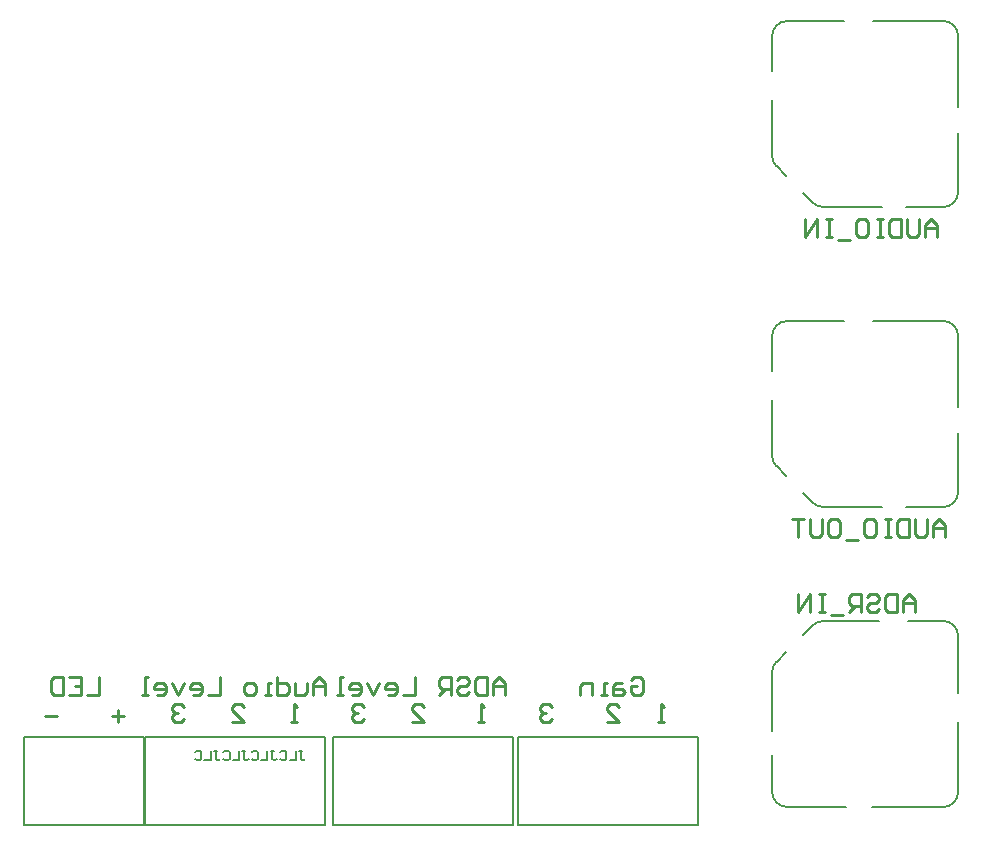
<source format=gbo>
G04*
G04 #@! TF.GenerationSoftware,Altium Limited,Altium Designer,20.0.2 (26)*
G04*
G04 Layer_Color=32896*
%FSLAX43Y43*%
%MOMM*%
G71*
G01*
G75*
%ADD11C,0.254*%
%ADD13C,0.127*%
%ADD14C,0.150*%
D11*
X62611Y10414D02*
X62357Y10668D01*
X61849D01*
X61595Y10414D01*
Y10160D01*
X61849Y9906D01*
X62103D01*
X61849D01*
X61595Y9652D01*
Y9398D01*
X61849Y9144D01*
X62357D01*
X62611Y9398D01*
X72136Y9144D02*
X71628D01*
X71882D01*
Y10668D01*
X72136Y10414D01*
X57531Y9652D02*
X56515D01*
X57023Y10160D02*
Y9144D01*
X98425Y9144D02*
X99441D01*
X98425Y10160D01*
Y10414D01*
X98679Y10667D01*
X99187D01*
X99441Y10414D01*
X77851Y10414D02*
X77597Y10668D01*
X77089D01*
X76835Y10414D01*
Y10160D01*
X77089Y9906D01*
X77343D01*
X77089D01*
X76835Y9652D01*
Y9398D01*
X77089Y9144D01*
X77597D01*
X77851Y9398D01*
X103251Y9144D02*
X102743D01*
X102997D01*
Y10668D01*
X103251Y10414D01*
X66675Y9144D02*
X67691D01*
X66675Y10160D01*
Y10414D01*
X66929Y10667D01*
X67437D01*
X67691Y10414D01*
X88011Y9144D02*
X87503D01*
X87757D01*
Y10668D01*
X88011Y10414D01*
X93726D02*
X93472Y10668D01*
X92964D01*
X92710Y10414D01*
Y10160D01*
X92964Y9906D01*
X93218D01*
X92964D01*
X92710Y9652D01*
Y9398D01*
X92964Y9144D01*
X93472D01*
X93726Y9398D01*
X51816Y9652D02*
X50800D01*
X81915Y9144D02*
X82931D01*
X81915Y10160D01*
Y10414D01*
X82169Y10668D01*
X82677D01*
X82931Y10414D01*
X127000Y24765D02*
Y25781D01*
X126492Y26288D01*
X125984Y25781D01*
Y24765D01*
Y25527D01*
X127000D01*
X125476Y26288D02*
Y25019D01*
X125223Y24765D01*
X124715D01*
X124461Y25019D01*
Y26288D01*
X123953D02*
Y24765D01*
X123191D01*
X122937Y25019D01*
Y26035D01*
X123191Y26288D01*
X123953D01*
X122429D02*
X121922D01*
X122176D01*
Y24765D01*
X122429D01*
X121922D01*
X120398Y26288D02*
X120906D01*
X121160Y26035D01*
Y25019D01*
X120906Y24765D01*
X120398D01*
X120144Y25019D01*
Y26035D01*
X120398Y26288D01*
X119636Y24511D02*
X118621D01*
X117351Y26288D02*
X117859D01*
X118113Y26035D01*
Y25019D01*
X117859Y24765D01*
X117351D01*
X117097Y25019D01*
Y26035D01*
X117351Y26288D01*
X116589D02*
Y25019D01*
X116335Y24765D01*
X115828D01*
X115574Y25019D01*
Y26288D01*
X115066D02*
X114050D01*
X114558D01*
Y24765D01*
X126365Y50165D02*
Y51181D01*
X125857Y51688D01*
X125349Y51181D01*
Y50165D01*
Y50927D01*
X126365D01*
X124841Y51688D02*
Y50419D01*
X124588Y50165D01*
X124080D01*
X123826Y50419D01*
Y51688D01*
X123318D02*
Y50165D01*
X122556D01*
X122302Y50419D01*
Y51435D01*
X122556Y51688D01*
X123318D01*
X121794D02*
X121287D01*
X121541D01*
Y50165D01*
X121794D01*
X121287D01*
X119763Y51688D02*
X120271D01*
X120525Y51435D01*
Y50419D01*
X120271Y50165D01*
X119763D01*
X119509Y50419D01*
Y51435D01*
X119763Y51688D01*
X119001Y49911D02*
X117986D01*
X117478Y51688D02*
X116970D01*
X117224D01*
Y50165D01*
X117478D01*
X116970D01*
X116208D02*
Y51688D01*
X115193Y50165D01*
Y51688D01*
X124460Y18415D02*
Y19431D01*
X123952Y19938D01*
X123444Y19431D01*
Y18415D01*
Y19177D01*
X124460D01*
X122936Y19938D02*
Y18415D01*
X122175D01*
X121921Y18669D01*
Y19685D01*
X122175Y19938D01*
X122936D01*
X120397Y19685D02*
X120651Y19938D01*
X121159D01*
X121413Y19685D01*
Y19431D01*
X121159Y19177D01*
X120651D01*
X120397Y18923D01*
Y18669D01*
X120651Y18415D01*
X121159D01*
X121413Y18669D01*
X119889Y18415D02*
Y19938D01*
X119128D01*
X118874Y19685D01*
Y19177D01*
X119128Y18923D01*
X119889D01*
X119382D02*
X118874Y18415D01*
X118366Y18161D02*
X117350D01*
X116842Y19938D02*
X116335D01*
X116589D01*
Y18415D01*
X116842D01*
X116335D01*
X115573D02*
Y19938D01*
X114557Y18415D01*
Y19938D01*
X74559Y11430D02*
Y12446D01*
X74052Y12954D01*
X73544Y12446D01*
Y11430D01*
Y12192D01*
X74559D01*
X73036Y12446D02*
Y11684D01*
X72782Y11430D01*
X72020D01*
Y12446D01*
X70497Y12954D02*
Y11430D01*
X71259D01*
X71512Y11684D01*
Y12192D01*
X71259Y12446D01*
X70497D01*
X69989Y11430D02*
X69481D01*
X69735D01*
Y12446D01*
X69989D01*
X68465Y11430D02*
X67958D01*
X67704Y11684D01*
Y12192D01*
X67958Y12446D01*
X68465D01*
X68719Y12192D01*
Y11684D01*
X68465Y11430D01*
X65672Y12954D02*
Y11430D01*
X64657D01*
X63387D02*
X63895D01*
X64149Y11684D01*
Y12192D01*
X63895Y12446D01*
X63387D01*
X63133Y12192D01*
Y11938D01*
X64149D01*
X62625Y12446D02*
X62117Y11430D01*
X61610Y12446D01*
X60340Y11430D02*
X60848D01*
X61102Y11684D01*
Y12192D01*
X60848Y12446D01*
X60340D01*
X60086Y12192D01*
Y11938D01*
X61102D01*
X59578Y11430D02*
X59070D01*
X59324D01*
Y12954D01*
X59578D01*
X89799Y11430D02*
Y12446D01*
X89292Y12954D01*
X88784Y12446D01*
Y11430D01*
Y12192D01*
X89799D01*
X88276Y12954D02*
Y11430D01*
X87514D01*
X87260Y11684D01*
Y12700D01*
X87514Y12954D01*
X88276D01*
X85737Y12700D02*
X85991Y12954D01*
X86499D01*
X86752Y12700D01*
Y12446D01*
X86499Y12192D01*
X85991D01*
X85737Y11938D01*
Y11684D01*
X85991Y11430D01*
X86499D01*
X86752Y11684D01*
X85229Y11430D02*
Y12954D01*
X84467D01*
X84213Y12700D01*
Y12192D01*
X84467Y11938D01*
X85229D01*
X84721D02*
X84213Y11430D01*
X82182Y12954D02*
Y11430D01*
X81166D01*
X79897D02*
X80404D01*
X80658Y11684D01*
Y12192D01*
X80404Y12446D01*
X79897D01*
X79643Y12192D01*
Y11938D01*
X80658D01*
X79135Y12446D02*
X78627Y11430D01*
X78119Y12446D01*
X76850Y11430D02*
X77357D01*
X77611Y11684D01*
Y12192D01*
X77357Y12446D01*
X76850D01*
X76596Y12192D01*
Y11938D01*
X77611D01*
X76088Y11430D02*
X75580D01*
X75834D01*
Y12954D01*
X76088D01*
X100443Y12700D02*
X100696Y12954D01*
X101204D01*
X101458Y12700D01*
Y11684D01*
X101204Y11430D01*
X100696D01*
X100443Y11684D01*
Y12192D01*
X100950D01*
X99681Y12446D02*
X99173D01*
X98919Y12192D01*
Y11430D01*
X99681D01*
X99935Y11684D01*
X99681Y11938D01*
X98919D01*
X98411Y11430D02*
X97903D01*
X98157D01*
Y12446D01*
X98411D01*
X97142Y11430D02*
Y12446D01*
X96380D01*
X96126Y12192D01*
Y11430D01*
X55424Y12954D02*
Y11430D01*
X54408D01*
X52884Y12954D02*
X53900D01*
Y11430D01*
X52884D01*
X53900Y12192D02*
X53392D01*
X52376Y12954D02*
Y11430D01*
X51615D01*
X51361Y11684D01*
Y12700D01*
X51615Y12954D01*
X52376D01*
D13*
X113670Y43059D02*
G03*
X112400Y41789I0J-1270D01*
G01*
X128148D02*
G03*
X126878Y43059I-1270J0D01*
G01*
Y27311D02*
G03*
X128148Y28581I0J1270D01*
G01*
X115838Y27683D02*
G03*
X116736Y27311I898J898D01*
G01*
X112400Y31647D02*
G03*
X112772Y30749I1270J0D01*
G01*
X113670Y68459D02*
G03*
X112400Y67189I0J-1270D01*
G01*
X128148D02*
G03*
X126878Y68459I-1270J0D01*
G01*
Y52711D02*
G03*
X128148Y53981I0J1270D01*
G01*
X115838Y53083D02*
G03*
X116736Y52711I898J898D01*
G01*
X112400Y57047D02*
G03*
X112772Y56149I1270J0D01*
G01*
X128148Y16389D02*
G03*
X126878Y17659I-1270J0D01*
G01*
Y1911D02*
G03*
X128148Y3181I0J1270D01*
G01*
X112400D02*
G03*
X113670Y1911I1270J0D01*
G01*
X112772Y14221D02*
G03*
X112400Y13323I898J-898D01*
G01*
X116736Y17659D02*
G03*
X115838Y17287I0J-1270D01*
G01*
X49074Y378D02*
X59234D01*
X49074Y7878D02*
X59234D01*
Y378D02*
Y7878D01*
X49074Y378D02*
Y7878D01*
X59319Y378D02*
Y7878D01*
Y378D02*
X74559D01*
X59319Y7878D02*
X74559D01*
Y378D02*
Y7878D01*
X75194Y378D02*
Y7878D01*
Y378D02*
X90434D01*
X75194Y7878D02*
X90434D01*
Y378D02*
Y7878D01*
X90866Y378D02*
Y7878D01*
Y378D02*
X106106D01*
X90866Y7878D02*
X106106D01*
Y378D02*
Y7878D01*
X112774Y30745D02*
X113589Y29930D01*
X115049Y28475D02*
X115839Y27685D01*
X113670Y43059D02*
X118474D01*
X120974D02*
X126878D01*
X128148Y35735D02*
Y41789D01*
Y28581D02*
Y33535D01*
X123774Y27311D02*
X126878D01*
X116736D02*
X121674D01*
X112400Y31647D02*
Y36335D01*
Y38835D02*
Y41789D01*
X112774Y56145D02*
X113589Y55330D01*
X115049Y53875D02*
X115839Y53085D01*
X113670Y68459D02*
X118474D01*
X120974D02*
X126878D01*
X128148Y61135D02*
Y67189D01*
Y53981D02*
Y58935D01*
X123774Y52711D02*
X126878D01*
X116736D02*
X121674D01*
X112400Y57047D02*
Y61735D01*
Y64235D02*
Y67189D01*
X115019Y16470D02*
X115834Y17285D01*
X112774Y14220D02*
X113564Y15010D01*
X128148Y11585D02*
Y16389D01*
Y3181D02*
Y9085D01*
X120824Y1911D02*
X126878D01*
X113670D02*
X118624D01*
X112400Y3181D02*
Y6285D01*
Y8385D02*
Y13323D01*
X116736Y17659D02*
X121424D01*
X123924D02*
X126878D01*
D14*
X72342Y6665D02*
X72608D01*
X72475D01*
Y5998D01*
X72608Y5865D01*
X72742D01*
X72875Y5998D01*
X72075Y6665D02*
Y5865D01*
X71542D01*
X70742Y6531D02*
X70876Y6665D01*
X71142D01*
X71276Y6531D01*
Y5998D01*
X71142Y5865D01*
X70876D01*
X70742Y5998D01*
X69943Y6665D02*
X70209D01*
X70076D01*
Y5998D01*
X70209Y5865D01*
X70342D01*
X70476Y5998D01*
X69676Y6665D02*
Y5865D01*
X69143D01*
X68343Y6531D02*
X68476Y6665D01*
X68743D01*
X68876Y6531D01*
Y5998D01*
X68743Y5865D01*
X68476D01*
X68343Y5998D01*
X67543Y6665D02*
X67810D01*
X67677D01*
Y5998D01*
X67810Y5865D01*
X67943D01*
X68077Y5998D01*
X67277Y6665D02*
Y5865D01*
X66744D01*
X65944Y6531D02*
X66077Y6665D01*
X66344D01*
X66477Y6531D01*
Y5998D01*
X66344Y5865D01*
X66077D01*
X65944Y5998D01*
X65144Y6665D02*
X65411D01*
X65277D01*
Y5998D01*
X65411Y5865D01*
X65544D01*
X65677Y5998D01*
X64878Y6665D02*
Y5865D01*
X64344D01*
X63545Y6531D02*
X63678Y6665D01*
X63945D01*
X64078Y6531D01*
Y5998D01*
X63945Y5865D01*
X63678D01*
X63545Y5998D01*
M02*

</source>
